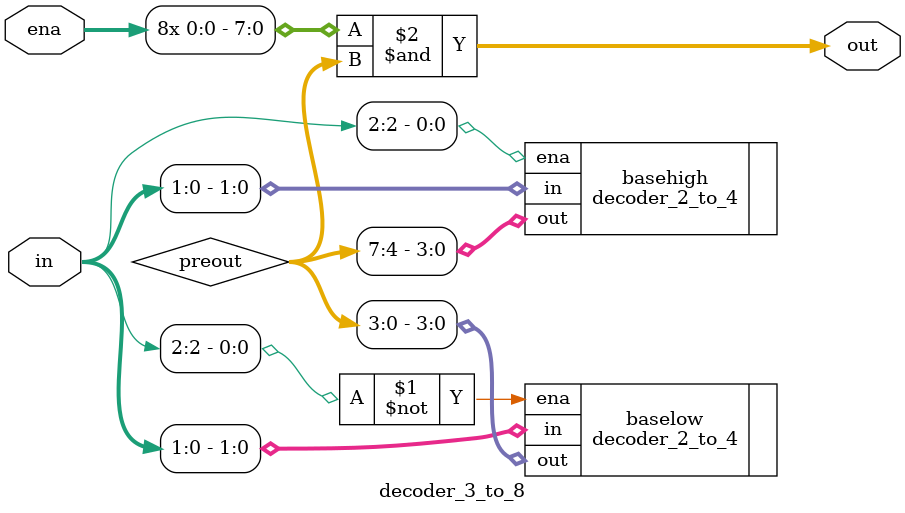
<source format=sv>
`timescale 1ns/1ps
`default_nettype none

module decoder_3_to_8(ena, in, out);

  input wire ena;
  input wire [2:0] in;
  output logic [7:0] out;

  parameter N = 8;
  logic [7:0] preout;

  decoder_2_to_4 baselow(
    .ena(~in[2]),
    .in(in[1:0]),
    .out(preout[3:0])
    );
  
  decoder_2_to_4 basehigh(
    .ena(in[2]),
    .in(in[1:0]),
    .out(preout[7:4])
    );

  assign out = {{N}{ena}} & preout;


endmodule
</source>
